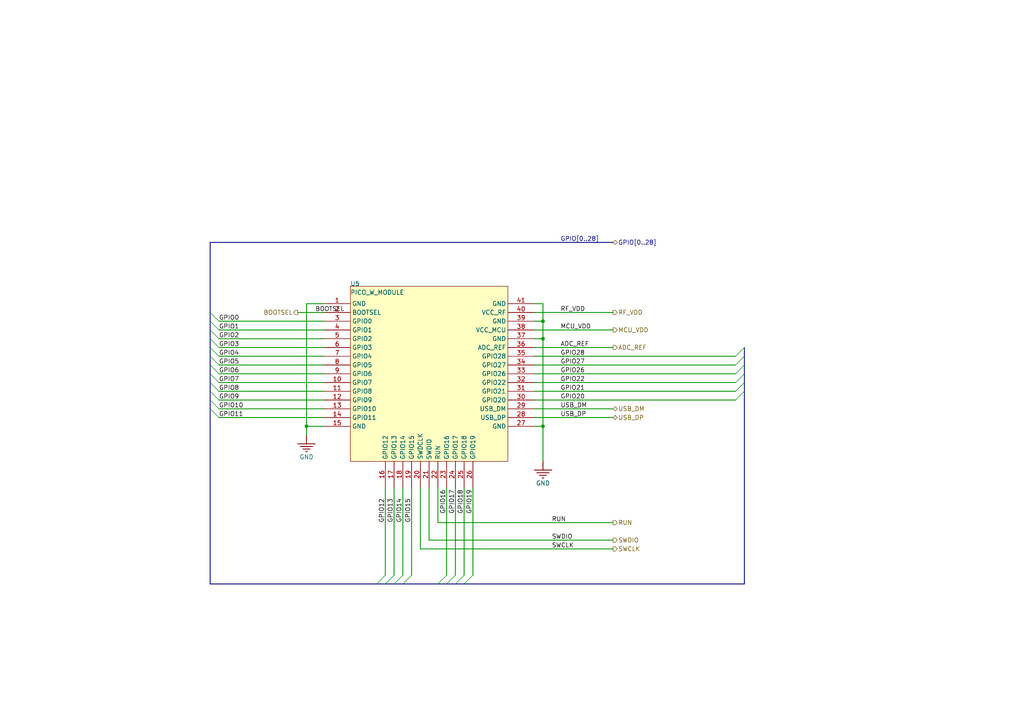
<source format=kicad_sch>
(kicad_sch (version 20230121) (generator eeschema)
  (paper "A4")
  (lib_symbols
    (symbol "INTERFACE-altium-import:GND" (power)
      (property "Reference" "#PWR" (at 0 0 0))
      (property "Value" "GND" (at 0 6.35 0))
      (symbol "GND_0_0"
        (polyline (pts (xy -2.54 -2.54) (xy 2.54 -2.54)) (stroke (width 0.254)))
        (polyline (pts (xy -1.778 -3.302) (xy 1.778 -3.302)) (stroke (width 0.254)))
        (polyline (pts (xy -1.016 -4.064) (xy 1.016 -4.064)) (stroke (width 0.254)))
        (polyline (pts (xy -0.254 -4.826) (xy 0.254 -4.826)) (stroke (width 0.254)))
        (polyline (pts (xy 0 0) (xy 0 -2.54)) (stroke (width 0.254)))
        (pin power_in line (at 0 0 0) (length 0) hide (name "GND") (number ""))
      )
    )
    (symbol "INTERFACE-altium-import:root_0_PICO_W_MODULE"
      (symbol "root_0_PICO_W_MODULE_1_0"
        (rectangle (start 45.72 50.8) (end 0 0) (fill (type background)))
        (pin passive line (at -7.62 45.72 0) (length 7.62) (name "GND") (number "1"))
        (pin passive line (at -7.62 22.86 0) (length 7.62) (name "GPIO7") (number "10"))
        (pin passive line (at -7.62 20.32 0) (length 7.62) (name "GPIO8") (number "11"))
        (pin passive line (at -7.62 17.78 0) (length 7.62) (name "GPIO9") (number "12"))
        (pin passive line (at -7.62 15.24 0) (length 7.62) (name "GPIO10") (number "13"))
        (pin passive line (at -7.62 12.7 0) (length 7.62) (name "GPIO11") (number "14"))
        (pin passive line (at -7.62 10.16 0) (length 7.62) (name "GND") (number "15"))
        (pin passive line (at 10.16 -7.62 90) (length 7.62) (name "GPIO12") (number "16"))
        (pin passive line (at 12.7 -7.62 90) (length 7.62) (name "GPIO13") (number "17"))
        (pin passive line (at 15.24 -7.62 90) (length 7.62) (name "GPIO14") (number "18"))
        (pin passive line (at 17.78 -7.62 90) (length 7.62) (name "GPIO15") (number "19"))
        (pin passive line (at -7.62 43.18 0) (length 7.62) (name "BOOTSEL") (number "2"))
        (pin passive line (at 20.32 -7.62 90) (length 7.62) (name "SWDCLK") (number "20"))
        (pin passive line (at 22.86 -7.62 90) (length 7.62) (name "SWDIO") (number "21"))
        (pin passive line (at 25.4 -7.62 90) (length 7.62) (name "RUN") (number "22"))
        (pin passive line (at 27.94 -7.62 90) (length 7.62) (name "GPIO16") (number "23"))
        (pin power_in line (at 30.48 -7.62 90) (length 7.62) (name "GPIO17") (number "24"))
        (pin passive line (at 33.02 -7.62 90) (length 7.62) (name "GPIO18") (number "25"))
        (pin passive line (at 35.56 -7.62 90) (length 7.62) (name "GPIO19") (number "26"))
        (pin passive line (at 53.34 10.16 180) (length 7.62) (name "GND") (number "27"))
        (pin passive line (at 53.34 12.7 180) (length 7.62) (name "USB_DP") (number "28"))
        (pin passive line (at 53.34 15.24 180) (length 7.62) (name "USB_DM") (number "29"))
        (pin passive line (at -7.62 40.64 0) (length 7.62) (name "GPIO0") (number "3"))
        (pin passive line (at 53.34 17.78 180) (length 7.62) (name "GPIO20") (number "30"))
        (pin passive line (at 53.34 20.32 180) (length 7.62) (name "GPIO21") (number "31"))
        (pin passive line (at 53.34 22.86 180) (length 7.62) (name "GPIO22") (number "32"))
        (pin passive line (at 53.34 25.4 180) (length 7.62) (name "GPIO26") (number "33"))
        (pin passive line (at 53.34 27.94 180) (length 7.62) (name "GPIO27") (number "34"))
        (pin passive line (at 53.34 30.48 180) (length 7.62) (name "GPIO28") (number "35"))
        (pin passive line (at 53.34 33.02 180) (length 7.62) (name "ADC_REF") (number "36"))
        (pin passive line (at 53.34 35.56 180) (length 7.62) (name "GND") (number "37"))
        (pin passive line (at 53.34 38.1 180) (length 7.62) (name "VCC_MCU") (number "38"))
        (pin passive line (at 53.34 40.64 180) (length 7.62) (name "GND") (number "39"))
        (pin passive line (at -7.62 38.1 0) (length 7.62) (name "GPIO1") (number "4"))
        (pin passive line (at 53.34 43.18 180) (length 7.62) (name "VCC_RF") (number "40"))
        (pin passive line (at 53.34 45.72 180) (length 7.62) (name "GND") (number "41"))
        (pin passive line (at -7.62 35.56 0) (length 7.62) (name "GPIO2") (number "5"))
        (pin passive line (at -7.62 33.02 0) (length 7.62) (name "GPIO3") (number "6"))
        (pin passive line (at -7.62 30.48 0) (length 7.62) (name "GPIO4") (number "7"))
        (pin passive line (at -7.62 27.94 0) (length 7.62) (name "GPIO5") (number "8"))
        (pin passive line (at -7.62 25.4 0) (length 7.62) (name "GPIO6") (number "9"))
      )
    )
  )
  (junction (at 157.48 93.1672))
  (junction (at 157.48 98.2472))
  (junction (at 157.48 123.6472))
  (junction (at 88.9 123.6472))
  (bus_entry (at 63.5 95.7072) (size -2.54 -2.54))
  (bus_entry (at 114.3 166.8272) (size -2.54 2.54))
  (bus_entry (at 63.5 93.1672) (size -2.54 -2.54))
  (bus_entry (at 213.36 110.9472) (size 2.54 -2.54))
  (bus_entry (at 111.76 166.8272) (size -2.54 2.54))
  (bus_entry (at 213.36 105.8672) (size 2.54 -2.54))
  (bus_entry (at 127 169.3672) (size 2.54 -2.54))
  (bus_entry (at 116.84 166.8272) (size -2.54 2.54))
  (bus_entry (at 129.54 169.3672) (size 2.54 -2.54))
  (bus_entry (at 63.5 121.1072) (size -2.54 -2.54))
  (bus_entry (at 63.5 110.9472) (size -2.54 -2.54))
  (bus_entry (at 134.62 169.3672) (size 2.54 -2.54))
  (bus_entry (at 213.36 108.4072) (size 2.54 -2.54))
  (bus_entry (at 132.08 169.3672) (size 2.54 -2.54))
  (bus_entry (at 63.5 105.8672) (size -2.54 -2.54))
  (bus_entry (at 213.36 116.0272) (size 2.54 -2.54))
  (bus_entry (at 63.5 113.4872) (size -2.54 -2.54))
  (bus_entry (at 213.36 103.3272) (size 2.54 -2.54))
  (bus_entry (at 213.36 113.4872) (size 2.54 -2.54))
  (bus_entry (at 63.5 108.4072) (size -2.54 -2.54))
  (bus_entry (at 63.5 116.0272) (size -2.54 -2.54))
  (bus_entry (at 63.5 98.2472) (size -2.54 -2.54))
  (bus_entry (at 63.5 118.5672) (size -2.54 -2.54))
  (bus_entry (at 116.84 169.3672) (size 2.54 -2.54))
  (bus_entry (at 63.5 100.7872) (size -2.54 -2.54))
  (bus_entry (at 63.5 103.3272) (size -2.54 -2.54))
  (bus (pts (xy 215.9 169.3672) (xy 134.62 169.3672)) (stroke (width 0.254)))
  (wire (pts (xy 93.98 90.6272) (xy 86.36 90.6272)) (stroke (width 0.254)))
  (bus (pts (xy 215.9 108.4072) (xy 215.9 110.9472)) (stroke (width 0.254)))
  (wire (pts (xy 114.3 141.4272) (xy 114.3 166.8272)) (stroke (width 0.254)))
  (wire (pts (xy 93.98 100.7872) (xy 63.5 100.7872)) (stroke (width 0.254)))
  (wire (pts (xy 93.98 110.9472) (xy 63.5 110.9472)) (stroke (width 0.254)))
  (wire (pts (xy 154.94 123.6472) (xy 157.48 123.6472)) (stroke (width 0.254)))
  (wire (pts (xy 93.98 93.1672) (xy 63.5 93.1672)) (stroke (width 0.254)))
  (wire (pts (xy 88.9 88.0872) (xy 88.9 123.6472)) (stroke (width 0.254)))
  (wire (pts (xy 154.94 88.0872) (xy 157.48 88.0872)) (stroke (width 0.254)))
  (bus (pts (xy 215.9 113.4872) (xy 215.9 169.3672)) (stroke (width 0.254)))
  (bus (pts (xy 132.08 169.3672) (xy 129.54 169.3672)) (stroke (width 0.254)))
  (bus (pts (xy 60.96 108.4072) (xy 60.96 105.8672)) (stroke (width 0.254)))
  (wire (pts (xy 154.94 90.6272) (xy 177.8 90.6272)) (stroke (width 0.254)))
  (bus (pts (xy 60.96 93.1672) (xy 60.96 90.6272)) (stroke (width 0.254)))
  (bus (pts (xy 60.96 169.3672) (xy 60.96 118.5672)) (stroke (width 0.254)))
  (bus (pts (xy 215.9 103.3272) (xy 215.9 105.8672)) (stroke (width 0.254)))
  (bus (pts (xy 116.84 169.3672) (xy 114.3 169.3672)) (stroke (width 0.254)))
  (wire (pts (xy 177.8 159.2072) (xy 121.92 159.2072)) (stroke (width 0.254)))
  (wire (pts (xy 154.94 93.1672) (xy 157.48 93.1672)) (stroke (width 0.254)))
  (bus (pts (xy 60.96 90.6272) (xy 60.96 70.3072)) (stroke (width 0.254)))
  (wire (pts (xy 157.48 93.1672) (xy 157.48 98.2472)) (stroke (width 0.254)))
  (wire (pts (xy 154.94 116.0272) (xy 213.36 116.0272)) (stroke (width 0.254)))
  (wire (pts (xy 127 141.4272) (xy 127 151.5872)) (stroke (width 0.254)))
  (wire (pts (xy 154.94 105.8672) (xy 213.36 105.8672)) (stroke (width 0.254)))
  (bus (pts (xy 60.96 113.4872) (xy 60.96 110.9472)) (stroke (width 0.254)))
  (bus (pts (xy 60.96 95.7072) (xy 60.96 93.1672)) (stroke (width 0.254)))
  (wire (pts (xy 93.98 113.4872) (xy 63.5 113.4872)) (stroke (width 0.254)))
  (wire (pts (xy 119.38 141.4272) (xy 119.38 166.8272)) (stroke (width 0.254)))
  (wire (pts (xy 93.98 98.2472) (xy 63.5 98.2472)) (stroke (width 0.254)))
  (bus (pts (xy 134.62 169.3672) (xy 132.08 169.3672)) (stroke (width 0.254)))
  (wire (pts (xy 154.94 110.9472) (xy 213.36 110.9472)) (stroke (width 0.254)))
  (bus (pts (xy 127 169.3672) (xy 116.84 169.3672)) (stroke (width 0.254)))
  (wire (pts (xy 129.54 141.4272) (xy 129.54 166.8272)) (stroke (width 0.254)))
  (wire (pts (xy 93.98 118.5672) (xy 63.5 118.5672)) (stroke (width 0.254)))
  (wire (pts (xy 93.98 105.8672) (xy 63.5 105.8672)) (stroke (width 0.254)))
  (bus (pts (xy 60.96 116.0272) (xy 60.96 113.4872)) (stroke (width 0.254)))
  (wire (pts (xy 93.98 116.0272) (xy 63.5 116.0272)) (stroke (width 0.254)))
  (wire (pts (xy 137.16 141.4272) (xy 137.16 166.8272)) (stroke (width 0.254)))
  (wire (pts (xy 88.9 123.6472) (xy 88.9 126.1872)) (stroke (width 0.254)))
  (wire (pts (xy 93.98 121.1072) (xy 63.5 121.1072)) (stroke (width 0.254)))
  (wire (pts (xy 93.98 108.4072) (xy 63.5 108.4072)) (stroke (width 0.254)))
  (bus (pts (xy 60.96 110.9472) (xy 60.96 108.4072)) (stroke (width 0.254)))
  (bus (pts (xy 60.96 98.2472) (xy 60.96 95.7072)) (stroke (width 0.254)))
  (wire (pts (xy 154.94 103.3272) (xy 213.36 103.3272)) (stroke (width 0.254)))
  (wire (pts (xy 154.94 113.4872) (xy 213.36 113.4872)) (stroke (width 0.254)))
  (wire (pts (xy 116.84 141.4272) (xy 116.84 166.8272)) (stroke (width 0.254)))
  (wire (pts (xy 157.48 88.0872) (xy 157.48 93.1672)) (stroke (width 0.254)))
  (wire (pts (xy 157.48 123.6472) (xy 157.48 133.8072)) (stroke (width 0.254)))
  (bus (pts (xy 111.76 169.3672) (xy 109.22 169.3672)) (stroke (width 0.254)))
  (bus (pts (xy 129.54 169.3672) (xy 127 169.3672)) (stroke (width 0.254)))
  (wire (pts (xy 124.46 156.6672) (xy 124.46 141.4272)) (stroke (width 0.254)))
  (wire (pts (xy 154.94 121.1072) (xy 177.8 121.1072)) (stroke (width 0.254)))
  (wire (pts (xy 154.94 95.7072) (xy 177.8 95.7072)) (stroke (width 0.254)))
  (wire (pts (xy 127 151.5872) (xy 177.8 151.5872)) (stroke (width 0.254)))
  (wire (pts (xy 177.8 156.6672) (xy 124.46 156.6672)) (stroke (width 0.254)))
  (wire (pts (xy 111.76 141.4272) (xy 111.76 166.8272)) (stroke (width 0.254)))
  (bus (pts (xy 215.9 105.8672) (xy 215.9 108.4072)) (stroke (width 0.254)))
  (bus (pts (xy 60.96 70.3072) (xy 177.8 70.3072)) (stroke (width 0.254)))
  (wire (pts (xy 154.94 108.4072) (xy 213.36 108.4072)) (stroke (width 0.254)))
  (wire (pts (xy 121.92 159.2072) (xy 121.92 141.4272)) (stroke (width 0.254)))
  (bus (pts (xy 109.22 169.3672) (xy 60.96 169.3672)) (stroke (width 0.254)))
  (wire (pts (xy 93.98 88.0872) (xy 88.9 88.0872)) (stroke (width 0.254)))
  (wire (pts (xy 93.98 95.7072) (xy 63.5 95.7072)) (stroke (width 0.254)))
  (wire (pts (xy 154.94 118.5672) (xy 177.8 118.5672)) (stroke (width 0.254)))
  (wire (pts (xy 93.98 123.6472) (xy 88.9 123.6472)) (stroke (width 0.254)))
  (wire (pts (xy 93.98 103.3272) (xy 63.5 103.3272)) (stroke (width 0.254)))
  (bus (pts (xy 60.96 105.8672) (xy 60.96 103.3272)) (stroke (width 0.254)))
  (wire (pts (xy 132.08 141.4272) (xy 132.08 166.8272)) (stroke (width 0.254)))
  (bus (pts (xy 114.3 169.3672) (xy 111.76 169.3672)) (stroke (width 0.254)))
  (wire (pts (xy 154.94 98.2472) (xy 157.48 98.2472)) (stroke (width 0.254)))
  (wire (pts (xy 154.94 100.7872) (xy 177.8 100.7872)) (stroke (width 0.254)))
  (wire (pts (xy 134.62 141.4272) (xy 134.62 166.8272)) (stroke (width 0.254)))
  (bus (pts (xy 60.96 100.7872) (xy 60.96 98.2472)) (stroke (width 0.254)))
  (bus (pts (xy 215.9 100.7872) (xy 215.9 103.3272)) (stroke (width 0.254)))
  (wire (pts (xy 157.48 98.2472) (xy 157.48 123.6472)) (stroke (width 0.254)))
  (bus (pts (xy 60.96 103.3272) (xy 60.96 100.7872)) (stroke (width 0.254)))
  (bus (pts (xy 60.96 118.5672) (xy 60.96 116.0272)) (stroke (width 0.254)))
  (bus (pts (xy 215.9 110.9472) (xy 215.9 113.4872)) (stroke (width 0.254)))
  (label "GPIO12" (at 111.76 151.5872 270))
  (label "GPIO0" (at 63.5 93.1672 180))
  (label "GPIO27" (at 162.56 105.8672 180))
  (label "GPIO17" (at 132.08 149.0472 270))
  (label "GPIO13" (at 114.3 151.5872 270))
  (label "GPIO11" (at 63.5 121.1072 180))
  (label "BOOTSEL" (at 91.44 90.6272 180))
  (label "GPIO1" (at 63.5 95.7072 180))
  (label "GPIO19" (at 137.16 149.0472 270))
  (label "GPIO28" (at 162.56 103.3272 180))
  (label "ADC_REF" (at 162.56 100.7872 180))
  (label "GPIO8" (at 63.5 113.4872 180))
  (label "GPIO2" (at 63.5 98.2472 180))
  (label "SWDIO" (at 160.02 156.6672 180))
  (label "GPIO20" (at 162.56 116.0272 180))
  (label "GPIO10" (at 63.5 118.5672 180))
  (label "USB_DM" (at 162.56 118.5672 180))
  (label "USB_DP" (at 162.56 121.1072 180))
  (label "RF_VDD" (at 162.56 90.6272 180))
  (label "RUN" (at 160.02 151.5872 180))
  (label "GPIO14" (at 116.84 151.5872 270))
  (label "GPIO7" (at 63.5 110.9472 180))
  (label "SWCLK" (at 160.02 159.2072 180))
  (label "GPIO4" (at 63.5 103.3272 180))
  (label "GPIO5" (at 63.5 105.8672 180))
  (label "GPIO[0..28]" (at 162.56 70.3072 180))
  (label "GPIO6" (at 63.5 108.4072 180))
  (label "GPIO16" (at 129.54 149.0472 270))
  (label "MCU_VDD" (at 162.56 95.7072 180))
  (label "GPIO22" (at 162.56 110.9472 180))
  (label "GPIO26" (at 162.56 108.4072 180))
  (label "GPIO15" (at 119.38 151.5872 270))
  (label "GPIO21" (at 162.56 113.4872 180))
  (label "GPIO3" (at 63.5 100.7872 180))
  (label "GPIO9" (at 63.5 116.0272 180))
  (label "GPIO18" (at 134.62 149.0472 270))
  (hierarchical_label "GPIO[0..28]" (shape bidirectional) (at 177.8 70.3072 0))
  (hierarchical_label "MCU_VDD" (shape output) (at 177.8 95.7072 0))
  (hierarchical_label "ADC_REF" (shape output) (at 177.8 100.7872 0))
  (hierarchical_label "USB_DM" (shape bidirectional) (at 177.8 118.5672 0))
  (hierarchical_label "RUN" (shape output) (at 177.8 151.5872 0))
  (hierarchical_label "SWCLK" (shape output) (at 177.8 159.2072 0))
  (hierarchical_label "SWDIO" (shape output) (at 177.8 156.6672 0))
  (hierarchical_label "BOOTSEL" (shape output) (at 86.36 90.6272 180))
  (hierarchical_label "USB_DP" (shape bidirectional) (at 177.8 121.1072 0))
  (hierarchical_label "RF_VDD" (shape output) (at 177.8 90.6272 0))
  (symbol (lib_id "INTERFACE-altium-import:root_0_PICO_W_MODULE") (at 101.6 133.8072 0) (unit 1)
    (property "Reference" "U5" (at 101.6 83.0072 0) (effects (justify left bottom)))
    (property "Value" "PICO_W_MODULE" (at 101.6 85.5472 0) (effects (justify left bottom)))
    (property "Footprint" "PICO_M_SMT" (effects hide))
  )
  (symbol (lib_id "INTERFACE-altium-import:GND") (at 88.9 126.1872 0) (unit 1)
    (property "Reference" "#PWR?" (effects hide))
    (property "Value" "GND" (at 88.9 132.5372 0))
  )
  (symbol (lib_id "INTERFACE-altium-import:GND") (at 157.48 133.8072 0) (unit 1)
    (property "Reference" "#PWR?" (effects hide))
    (property "Value" "GND" (at 157.48 140.1572 0))
  )
)
</source>
